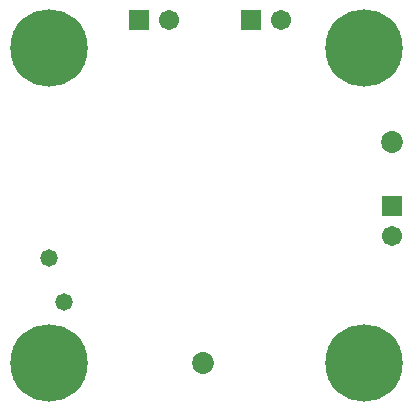
<source format=gbs>
G04 Layer_Color=16711935*
%FSLAX25Y25*%
%MOIN*%
G70*
G01*
G75*
%ADD31C,0.07300*%
%ADD32C,0.25800*%
%ADD33R,0.06706X0.06706*%
%ADD34C,0.06706*%
%ADD35R,0.06706X0.06706*%
%ADD36C,0.05800*%
D31*
X74000Y22500D02*
D03*
X137000Y96232D02*
D03*
D32*
X22500Y127500D02*
D03*
X127500D02*
D03*
X22500Y22500D02*
D03*
X127500D02*
D03*
D33*
X90000Y137000D02*
D03*
X52500D02*
D03*
D34*
X100000D02*
D03*
X137000Y65000D02*
D03*
X62500Y137000D02*
D03*
D35*
X137000Y75000D02*
D03*
D36*
X22507Y57800D02*
D03*
X27800Y42900D02*
D03*
M02*

</source>
